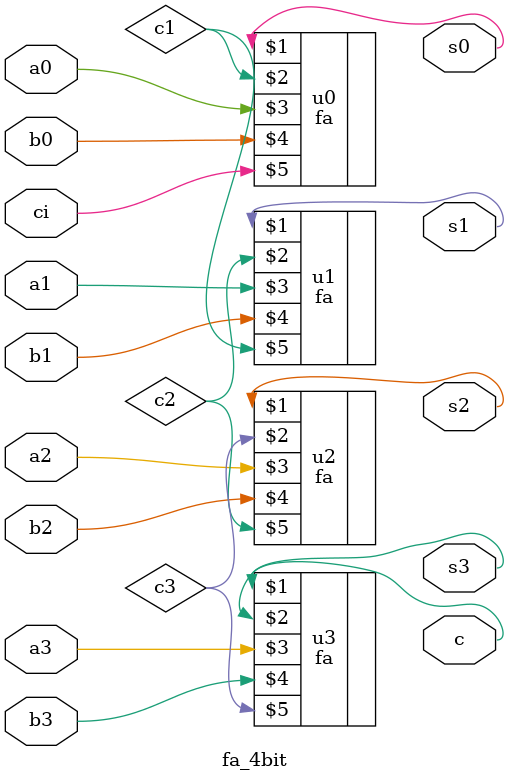
<source format=v>
module fa_4bit(s0, s1, s2, s3, c, a0, a1, a2, a3, b0, b1, b2, b3, ci);
input a0, a1, a2, a3, b0, b1, b2, b3;
input ci;
output s0, s1, s2, s3;
output c;
wire c1, c2, c3;

fa u0(s0, c1, a0, b0, ci);
fa u1(s1, c2, a1, b1, c1);
fa u2(s2, c3, a2, b2, c2);
fa u3(s3, c, a3, b3, c3);
endmodule



</source>
